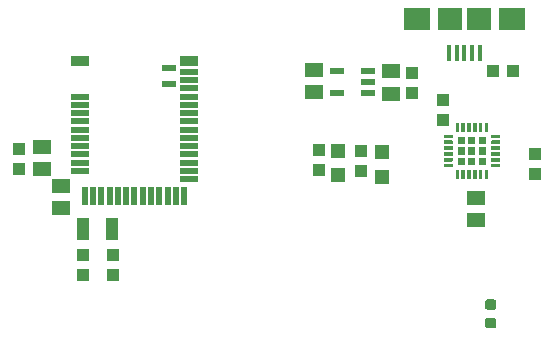
<source format=gbr>
G04 #@! TF.GenerationSoftware,KiCad,Pcbnew,(6.0.0-rc1-dev-1027-g90233e5ec)*
G04 #@! TF.CreationDate,2018-11-05T19:20:42+01:00*
G04 #@! TF.ProjectId,eBoard_remote_reciever,65426F6172645F72656D6F74655F7265,rev?*
G04 #@! TF.SameCoordinates,Original*
G04 #@! TF.FileFunction,Paste,Top*
G04 #@! TF.FilePolarity,Positive*
%FSLAX46Y46*%
G04 Gerber Fmt 4.6, Leading zero omitted, Abs format (unit mm)*
G04 Created by KiCad (PCBNEW (6.0.0-rc1-dev-1027-g90233e5ec)) date 05.11.2018 19.20.42*
%MOMM*%
%LPD*%
G01*
G04 APERTURE LIST*
%ADD10C,0.100000*%
%ADD11C,0.875000*%
%ADD12R,1.500000X1.240000*%
%ADD13R,1.200000X0.500000*%
%ADD14R,1.600000X0.900000*%
%ADD15R,1.600000X0.480000*%
%ADD16R,0.480000X1.600000*%
%ADD17R,1.000000X1.075000*%
%ADD18R,1.200000X1.200000*%
%ADD19R,1.200000X0.550000*%
%ADD20C,0.280000*%
%ADD21R,1.100000X1.900000*%
%ADD22R,2.000000X1.900000*%
%ADD23R,2.300000X1.900000*%
%ADD24R,0.400000X1.400000*%
%ADD25R,1.100000X1.000000*%
G04 APERTURE END LIST*
D10*
G04 #@! TO.C,U4*
G36*
X167075000Y-131780000D02*
X167075000Y-132380000D01*
X167675000Y-132380000D01*
X167675000Y-131780000D01*
X167075000Y-131780000D01*
G37*
G36*
X168875000Y-131780000D02*
X168875000Y-132380000D01*
X169475000Y-132380000D01*
X169475000Y-131780000D01*
X168875000Y-131780000D01*
G37*
G36*
X167975000Y-132680000D02*
X167975000Y-133280000D01*
X168575000Y-133280000D01*
X168575000Y-132680000D01*
X167975000Y-132680000D01*
G37*
G36*
X167075000Y-132680000D02*
X167075000Y-133280000D01*
X167675000Y-133280000D01*
X167675000Y-132680000D01*
X167075000Y-132680000D01*
G37*
G36*
X168875000Y-132680000D02*
X168875000Y-133280000D01*
X169475000Y-133280000D01*
X169475000Y-132680000D01*
X168875000Y-132680000D01*
G37*
G36*
X168875000Y-130880000D02*
X168875000Y-131480000D01*
X169475000Y-131480000D01*
X169475000Y-130880000D01*
X168875000Y-130880000D01*
G37*
G36*
X167975000Y-130880000D02*
X167975000Y-131480000D01*
X168575000Y-131480000D01*
X168575000Y-130880000D01*
X167975000Y-130880000D01*
G37*
G36*
X167975000Y-131780000D02*
X167975000Y-132380000D01*
X168575000Y-132380000D01*
X168575000Y-131780000D01*
X167975000Y-131780000D01*
G37*
G36*
X167075000Y-130880000D02*
X167075000Y-131480000D01*
X167675000Y-131480000D01*
X167675000Y-130880000D01*
X167075000Y-130880000D01*
G37*
G04 #@! TD*
G04 #@! TO.C,R10*
G36*
X170147811Y-146223253D02*
X170169046Y-146226403D01*
X170189870Y-146231619D01*
X170210082Y-146238851D01*
X170229488Y-146248030D01*
X170247901Y-146259066D01*
X170265144Y-146271854D01*
X170281050Y-146286270D01*
X170295466Y-146302176D01*
X170308254Y-146319419D01*
X170319290Y-146337832D01*
X170328469Y-146357238D01*
X170335701Y-146377450D01*
X170340917Y-146398274D01*
X170344067Y-146419509D01*
X170345120Y-146440950D01*
X170345120Y-146878450D01*
X170344067Y-146899891D01*
X170340917Y-146921126D01*
X170335701Y-146941950D01*
X170328469Y-146962162D01*
X170319290Y-146981568D01*
X170308254Y-146999981D01*
X170295466Y-147017224D01*
X170281050Y-147033130D01*
X170265144Y-147047546D01*
X170247901Y-147060334D01*
X170229488Y-147071370D01*
X170210082Y-147080549D01*
X170189870Y-147087781D01*
X170169046Y-147092997D01*
X170147811Y-147096147D01*
X170126370Y-147097200D01*
X169613870Y-147097200D01*
X169592429Y-147096147D01*
X169571194Y-147092997D01*
X169550370Y-147087781D01*
X169530158Y-147080549D01*
X169510752Y-147071370D01*
X169492339Y-147060334D01*
X169475096Y-147047546D01*
X169459190Y-147033130D01*
X169444774Y-147017224D01*
X169431986Y-146999981D01*
X169420950Y-146981568D01*
X169411771Y-146962162D01*
X169404539Y-146941950D01*
X169399323Y-146921126D01*
X169396173Y-146899891D01*
X169395120Y-146878450D01*
X169395120Y-146440950D01*
X169396173Y-146419509D01*
X169399323Y-146398274D01*
X169404539Y-146377450D01*
X169411771Y-146357238D01*
X169420950Y-146337832D01*
X169431986Y-146319419D01*
X169444774Y-146302176D01*
X169459190Y-146286270D01*
X169475096Y-146271854D01*
X169492339Y-146259066D01*
X169510752Y-146248030D01*
X169530158Y-146238851D01*
X169550370Y-146231619D01*
X169571194Y-146226403D01*
X169592429Y-146223253D01*
X169613870Y-146222200D01*
X170126370Y-146222200D01*
X170147811Y-146223253D01*
X170147811Y-146223253D01*
G37*
D11*
X169870120Y-146659700D03*
D10*
G36*
X170147811Y-144648253D02*
X170169046Y-144651403D01*
X170189870Y-144656619D01*
X170210082Y-144663851D01*
X170229488Y-144673030D01*
X170247901Y-144684066D01*
X170265144Y-144696854D01*
X170281050Y-144711270D01*
X170295466Y-144727176D01*
X170308254Y-144744419D01*
X170319290Y-144762832D01*
X170328469Y-144782238D01*
X170335701Y-144802450D01*
X170340917Y-144823274D01*
X170344067Y-144844509D01*
X170345120Y-144865950D01*
X170345120Y-145303450D01*
X170344067Y-145324891D01*
X170340917Y-145346126D01*
X170335701Y-145366950D01*
X170328469Y-145387162D01*
X170319290Y-145406568D01*
X170308254Y-145424981D01*
X170295466Y-145442224D01*
X170281050Y-145458130D01*
X170265144Y-145472546D01*
X170247901Y-145485334D01*
X170229488Y-145496370D01*
X170210082Y-145505549D01*
X170189870Y-145512781D01*
X170169046Y-145517997D01*
X170147811Y-145521147D01*
X170126370Y-145522200D01*
X169613870Y-145522200D01*
X169592429Y-145521147D01*
X169571194Y-145517997D01*
X169550370Y-145512781D01*
X169530158Y-145505549D01*
X169510752Y-145496370D01*
X169492339Y-145485334D01*
X169475096Y-145472546D01*
X169459190Y-145458130D01*
X169444774Y-145442224D01*
X169431986Y-145424981D01*
X169420950Y-145406568D01*
X169411771Y-145387162D01*
X169404539Y-145366950D01*
X169399323Y-145346126D01*
X169396173Y-145324891D01*
X169395120Y-145303450D01*
X169395120Y-144865950D01*
X169396173Y-144844509D01*
X169399323Y-144823274D01*
X169404539Y-144802450D01*
X169411771Y-144782238D01*
X169420950Y-144762832D01*
X169431986Y-144744419D01*
X169444774Y-144727176D01*
X169459190Y-144711270D01*
X169475096Y-144696854D01*
X169492339Y-144684066D01*
X169510752Y-144673030D01*
X169530158Y-144663851D01*
X169550370Y-144656619D01*
X169571194Y-144651403D01*
X169592429Y-144648253D01*
X169613870Y-144647200D01*
X170126370Y-144647200D01*
X170147811Y-144648253D01*
X170147811Y-144648253D01*
G37*
D11*
X169870120Y-145084700D03*
G04 #@! TD*
D12*
G04 #@! TO.C,C6*
X161422080Y-125323560D03*
X161422080Y-127223560D03*
G04 #@! TD*
D13*
G04 #@! TO.C,U1*
X142600000Y-126420000D03*
X142600000Y-125020000D03*
D14*
X144300000Y-124470000D03*
D15*
X144300000Y-125370000D03*
X144300000Y-126070000D03*
X144300000Y-126770000D03*
X144300000Y-127470000D03*
X144300000Y-128170000D03*
X144300000Y-128870000D03*
X144300000Y-129570000D03*
X144300000Y-130270000D03*
X144300000Y-130970000D03*
X144300000Y-131670000D03*
X144300000Y-132370000D03*
X144300000Y-133070000D03*
X144300000Y-133770000D03*
X144300000Y-134470000D03*
D16*
X143900000Y-135920000D03*
X143200000Y-135920000D03*
X142500000Y-135920000D03*
X141800000Y-135920000D03*
X141100000Y-135920000D03*
X140400000Y-135920000D03*
X139700000Y-135920000D03*
X139000000Y-135920000D03*
X138300000Y-135920000D03*
X137600000Y-135920000D03*
X136900000Y-135920000D03*
X136200000Y-135920000D03*
X135500000Y-135920000D03*
D15*
X135100000Y-133770000D03*
X135100000Y-133070000D03*
X135100000Y-132370000D03*
X135100000Y-131670000D03*
X135100000Y-130970000D03*
X135100000Y-130270000D03*
X135100000Y-129570000D03*
X135100000Y-128870000D03*
X135100000Y-128170000D03*
X135100000Y-127470000D03*
D14*
X135100000Y-124470000D03*
G04 #@! TD*
D12*
G04 #@! TO.C,C3*
X133497320Y-136946680D03*
X133497320Y-135046680D03*
G04 #@! TD*
D17*
G04 #@! TO.C,C1*
X135310880Y-142576920D03*
X135310880Y-140876920D03*
G04 #@! TD*
G04 #@! TO.C,C2*
X137850880Y-142576920D03*
X137850880Y-140876920D03*
G04 #@! TD*
D18*
G04 #@! TO.C,D1*
X156895800Y-134146000D03*
X156895800Y-132046000D03*
G04 #@! TD*
G04 #@! TO.C,D2*
X160685480Y-134278080D03*
X160685480Y-132178080D03*
G04 #@! TD*
D17*
G04 #@! TO.C,R1*
X155366720Y-132012320D03*
X155366720Y-133712320D03*
G04 #@! TD*
G04 #@! TO.C,R2*
X158866840Y-132083440D03*
X158866840Y-133783440D03*
G04 #@! TD*
D12*
G04 #@! TO.C,L2*
X131838700Y-133639600D03*
X131838700Y-131739600D03*
G04 #@! TD*
D17*
G04 #@! TO.C,C4*
X129936240Y-133595480D03*
X129936240Y-131895480D03*
G04 #@! TD*
D12*
G04 #@! TO.C,C8*
X154940000Y-125211800D03*
X154940000Y-127111800D03*
G04 #@! TD*
D19*
G04 #@! TO.C,U2*
X156865700Y-127198160D03*
X156865700Y-125298160D03*
X159465900Y-125298160D03*
X159465900Y-126248160D03*
X159465900Y-127198160D03*
G04 #@! TD*
D17*
G04 #@! TO.C,R5*
X163184840Y-127174360D03*
X163184840Y-125474360D03*
G04 #@! TD*
D10*
G04 #@! TO.C,U4*
G36*
X170611861Y-130690337D02*
X170618656Y-130691345D01*
X170625320Y-130693014D01*
X170631788Y-130695328D01*
X170637998Y-130698266D01*
X170643890Y-130701797D01*
X170649408Y-130705889D01*
X170654497Y-130710503D01*
X170659111Y-130715592D01*
X170663203Y-130721110D01*
X170666734Y-130727002D01*
X170669672Y-130733212D01*
X170671986Y-130739680D01*
X170673655Y-130746344D01*
X170674663Y-130753139D01*
X170675000Y-130760000D01*
X170675000Y-130900000D01*
X170674663Y-130906861D01*
X170673655Y-130913656D01*
X170671986Y-130920320D01*
X170669672Y-130926788D01*
X170666734Y-130932998D01*
X170663203Y-130938890D01*
X170659111Y-130944408D01*
X170654497Y-130949497D01*
X170649408Y-130954111D01*
X170643890Y-130958203D01*
X170637998Y-130961734D01*
X170631788Y-130964672D01*
X170625320Y-130966986D01*
X170618656Y-130968655D01*
X170611861Y-130969663D01*
X170605000Y-130970000D01*
X169945000Y-130970000D01*
X169938139Y-130969663D01*
X169931344Y-130968655D01*
X169924680Y-130966986D01*
X169918212Y-130964672D01*
X169912002Y-130961734D01*
X169906110Y-130958203D01*
X169900592Y-130954111D01*
X169895503Y-130949497D01*
X169890889Y-130944408D01*
X169886797Y-130938890D01*
X169883266Y-130932998D01*
X169880328Y-130926788D01*
X169878014Y-130920320D01*
X169876345Y-130913656D01*
X169875337Y-130906861D01*
X169875000Y-130900000D01*
X169875000Y-130760000D01*
X169875337Y-130753139D01*
X169876345Y-130746344D01*
X169878014Y-130739680D01*
X169880328Y-130733212D01*
X169883266Y-130727002D01*
X169886797Y-130721110D01*
X169890889Y-130715592D01*
X169895503Y-130710503D01*
X169900592Y-130705889D01*
X169906110Y-130701797D01*
X169912002Y-130698266D01*
X169918212Y-130695328D01*
X169924680Y-130693014D01*
X169931344Y-130691345D01*
X169938139Y-130690337D01*
X169945000Y-130690000D01*
X170605000Y-130690000D01*
X170611861Y-130690337D01*
X170611861Y-130690337D01*
G37*
D20*
X170275000Y-130830000D03*
D10*
G36*
X170611861Y-131190337D02*
X170618656Y-131191345D01*
X170625320Y-131193014D01*
X170631788Y-131195328D01*
X170637998Y-131198266D01*
X170643890Y-131201797D01*
X170649408Y-131205889D01*
X170654497Y-131210503D01*
X170659111Y-131215592D01*
X170663203Y-131221110D01*
X170666734Y-131227002D01*
X170669672Y-131233212D01*
X170671986Y-131239680D01*
X170673655Y-131246344D01*
X170674663Y-131253139D01*
X170675000Y-131260000D01*
X170675000Y-131400000D01*
X170674663Y-131406861D01*
X170673655Y-131413656D01*
X170671986Y-131420320D01*
X170669672Y-131426788D01*
X170666734Y-131432998D01*
X170663203Y-131438890D01*
X170659111Y-131444408D01*
X170654497Y-131449497D01*
X170649408Y-131454111D01*
X170643890Y-131458203D01*
X170637998Y-131461734D01*
X170631788Y-131464672D01*
X170625320Y-131466986D01*
X170618656Y-131468655D01*
X170611861Y-131469663D01*
X170605000Y-131470000D01*
X169945000Y-131470000D01*
X169938139Y-131469663D01*
X169931344Y-131468655D01*
X169924680Y-131466986D01*
X169918212Y-131464672D01*
X169912002Y-131461734D01*
X169906110Y-131458203D01*
X169900592Y-131454111D01*
X169895503Y-131449497D01*
X169890889Y-131444408D01*
X169886797Y-131438890D01*
X169883266Y-131432998D01*
X169880328Y-131426788D01*
X169878014Y-131420320D01*
X169876345Y-131413656D01*
X169875337Y-131406861D01*
X169875000Y-131400000D01*
X169875000Y-131260000D01*
X169875337Y-131253139D01*
X169876345Y-131246344D01*
X169878014Y-131239680D01*
X169880328Y-131233212D01*
X169883266Y-131227002D01*
X169886797Y-131221110D01*
X169890889Y-131215592D01*
X169895503Y-131210503D01*
X169900592Y-131205889D01*
X169906110Y-131201797D01*
X169912002Y-131198266D01*
X169918212Y-131195328D01*
X169924680Y-131193014D01*
X169931344Y-131191345D01*
X169938139Y-131190337D01*
X169945000Y-131190000D01*
X170605000Y-131190000D01*
X170611861Y-131190337D01*
X170611861Y-131190337D01*
G37*
D20*
X170275000Y-131330000D03*
D10*
G36*
X170611861Y-131690337D02*
X170618656Y-131691345D01*
X170625320Y-131693014D01*
X170631788Y-131695328D01*
X170637998Y-131698266D01*
X170643890Y-131701797D01*
X170649408Y-131705889D01*
X170654497Y-131710503D01*
X170659111Y-131715592D01*
X170663203Y-131721110D01*
X170666734Y-131727002D01*
X170669672Y-131733212D01*
X170671986Y-131739680D01*
X170673655Y-131746344D01*
X170674663Y-131753139D01*
X170675000Y-131760000D01*
X170675000Y-131900000D01*
X170674663Y-131906861D01*
X170673655Y-131913656D01*
X170671986Y-131920320D01*
X170669672Y-131926788D01*
X170666734Y-131932998D01*
X170663203Y-131938890D01*
X170659111Y-131944408D01*
X170654497Y-131949497D01*
X170649408Y-131954111D01*
X170643890Y-131958203D01*
X170637998Y-131961734D01*
X170631788Y-131964672D01*
X170625320Y-131966986D01*
X170618656Y-131968655D01*
X170611861Y-131969663D01*
X170605000Y-131970000D01*
X169945000Y-131970000D01*
X169938139Y-131969663D01*
X169931344Y-131968655D01*
X169924680Y-131966986D01*
X169918212Y-131964672D01*
X169912002Y-131961734D01*
X169906110Y-131958203D01*
X169900592Y-131954111D01*
X169895503Y-131949497D01*
X169890889Y-131944408D01*
X169886797Y-131938890D01*
X169883266Y-131932998D01*
X169880328Y-131926788D01*
X169878014Y-131920320D01*
X169876345Y-131913656D01*
X169875337Y-131906861D01*
X169875000Y-131900000D01*
X169875000Y-131760000D01*
X169875337Y-131753139D01*
X169876345Y-131746344D01*
X169878014Y-131739680D01*
X169880328Y-131733212D01*
X169883266Y-131727002D01*
X169886797Y-131721110D01*
X169890889Y-131715592D01*
X169895503Y-131710503D01*
X169900592Y-131705889D01*
X169906110Y-131701797D01*
X169912002Y-131698266D01*
X169918212Y-131695328D01*
X169924680Y-131693014D01*
X169931344Y-131691345D01*
X169938139Y-131690337D01*
X169945000Y-131690000D01*
X170605000Y-131690000D01*
X170611861Y-131690337D01*
X170611861Y-131690337D01*
G37*
D20*
X170275000Y-131830000D03*
D10*
G36*
X170611861Y-132190337D02*
X170618656Y-132191345D01*
X170625320Y-132193014D01*
X170631788Y-132195328D01*
X170637998Y-132198266D01*
X170643890Y-132201797D01*
X170649408Y-132205889D01*
X170654497Y-132210503D01*
X170659111Y-132215592D01*
X170663203Y-132221110D01*
X170666734Y-132227002D01*
X170669672Y-132233212D01*
X170671986Y-132239680D01*
X170673655Y-132246344D01*
X170674663Y-132253139D01*
X170675000Y-132260000D01*
X170675000Y-132400000D01*
X170674663Y-132406861D01*
X170673655Y-132413656D01*
X170671986Y-132420320D01*
X170669672Y-132426788D01*
X170666734Y-132432998D01*
X170663203Y-132438890D01*
X170659111Y-132444408D01*
X170654497Y-132449497D01*
X170649408Y-132454111D01*
X170643890Y-132458203D01*
X170637998Y-132461734D01*
X170631788Y-132464672D01*
X170625320Y-132466986D01*
X170618656Y-132468655D01*
X170611861Y-132469663D01*
X170605000Y-132470000D01*
X169945000Y-132470000D01*
X169938139Y-132469663D01*
X169931344Y-132468655D01*
X169924680Y-132466986D01*
X169918212Y-132464672D01*
X169912002Y-132461734D01*
X169906110Y-132458203D01*
X169900592Y-132454111D01*
X169895503Y-132449497D01*
X169890889Y-132444408D01*
X169886797Y-132438890D01*
X169883266Y-132432998D01*
X169880328Y-132426788D01*
X169878014Y-132420320D01*
X169876345Y-132413656D01*
X169875337Y-132406861D01*
X169875000Y-132400000D01*
X169875000Y-132260000D01*
X169875337Y-132253139D01*
X169876345Y-132246344D01*
X169878014Y-132239680D01*
X169880328Y-132233212D01*
X169883266Y-132227002D01*
X169886797Y-132221110D01*
X169890889Y-132215592D01*
X169895503Y-132210503D01*
X169900592Y-132205889D01*
X169906110Y-132201797D01*
X169912002Y-132198266D01*
X169918212Y-132195328D01*
X169924680Y-132193014D01*
X169931344Y-132191345D01*
X169938139Y-132190337D01*
X169945000Y-132190000D01*
X170605000Y-132190000D01*
X170611861Y-132190337D01*
X170611861Y-132190337D01*
G37*
D20*
X170275000Y-132330000D03*
D10*
G36*
X170611861Y-132690337D02*
X170618656Y-132691345D01*
X170625320Y-132693014D01*
X170631788Y-132695328D01*
X170637998Y-132698266D01*
X170643890Y-132701797D01*
X170649408Y-132705889D01*
X170654497Y-132710503D01*
X170659111Y-132715592D01*
X170663203Y-132721110D01*
X170666734Y-132727002D01*
X170669672Y-132733212D01*
X170671986Y-132739680D01*
X170673655Y-132746344D01*
X170674663Y-132753139D01*
X170675000Y-132760000D01*
X170675000Y-132900000D01*
X170674663Y-132906861D01*
X170673655Y-132913656D01*
X170671986Y-132920320D01*
X170669672Y-132926788D01*
X170666734Y-132932998D01*
X170663203Y-132938890D01*
X170659111Y-132944408D01*
X170654497Y-132949497D01*
X170649408Y-132954111D01*
X170643890Y-132958203D01*
X170637998Y-132961734D01*
X170631788Y-132964672D01*
X170625320Y-132966986D01*
X170618656Y-132968655D01*
X170611861Y-132969663D01*
X170605000Y-132970000D01*
X169945000Y-132970000D01*
X169938139Y-132969663D01*
X169931344Y-132968655D01*
X169924680Y-132966986D01*
X169918212Y-132964672D01*
X169912002Y-132961734D01*
X169906110Y-132958203D01*
X169900592Y-132954111D01*
X169895503Y-132949497D01*
X169890889Y-132944408D01*
X169886797Y-132938890D01*
X169883266Y-132932998D01*
X169880328Y-132926788D01*
X169878014Y-132920320D01*
X169876345Y-132913656D01*
X169875337Y-132906861D01*
X169875000Y-132900000D01*
X169875000Y-132760000D01*
X169875337Y-132753139D01*
X169876345Y-132746344D01*
X169878014Y-132739680D01*
X169880328Y-132733212D01*
X169883266Y-132727002D01*
X169886797Y-132721110D01*
X169890889Y-132715592D01*
X169895503Y-132710503D01*
X169900592Y-132705889D01*
X169906110Y-132701797D01*
X169912002Y-132698266D01*
X169918212Y-132695328D01*
X169924680Y-132693014D01*
X169931344Y-132691345D01*
X169938139Y-132690337D01*
X169945000Y-132690000D01*
X170605000Y-132690000D01*
X170611861Y-132690337D01*
X170611861Y-132690337D01*
G37*
D20*
X170275000Y-132830000D03*
D10*
G36*
X170611861Y-133190337D02*
X170618656Y-133191345D01*
X170625320Y-133193014D01*
X170631788Y-133195328D01*
X170637998Y-133198266D01*
X170643890Y-133201797D01*
X170649408Y-133205889D01*
X170654497Y-133210503D01*
X170659111Y-133215592D01*
X170663203Y-133221110D01*
X170666734Y-133227002D01*
X170669672Y-133233212D01*
X170671986Y-133239680D01*
X170673655Y-133246344D01*
X170674663Y-133253139D01*
X170675000Y-133260000D01*
X170675000Y-133400000D01*
X170674663Y-133406861D01*
X170673655Y-133413656D01*
X170671986Y-133420320D01*
X170669672Y-133426788D01*
X170666734Y-133432998D01*
X170663203Y-133438890D01*
X170659111Y-133444408D01*
X170654497Y-133449497D01*
X170649408Y-133454111D01*
X170643890Y-133458203D01*
X170637998Y-133461734D01*
X170631788Y-133464672D01*
X170625320Y-133466986D01*
X170618656Y-133468655D01*
X170611861Y-133469663D01*
X170605000Y-133470000D01*
X169945000Y-133470000D01*
X169938139Y-133469663D01*
X169931344Y-133468655D01*
X169924680Y-133466986D01*
X169918212Y-133464672D01*
X169912002Y-133461734D01*
X169906110Y-133458203D01*
X169900592Y-133454111D01*
X169895503Y-133449497D01*
X169890889Y-133444408D01*
X169886797Y-133438890D01*
X169883266Y-133432998D01*
X169880328Y-133426788D01*
X169878014Y-133420320D01*
X169876345Y-133413656D01*
X169875337Y-133406861D01*
X169875000Y-133400000D01*
X169875000Y-133260000D01*
X169875337Y-133253139D01*
X169876345Y-133246344D01*
X169878014Y-133239680D01*
X169880328Y-133233212D01*
X169883266Y-133227002D01*
X169886797Y-133221110D01*
X169890889Y-133215592D01*
X169895503Y-133210503D01*
X169900592Y-133205889D01*
X169906110Y-133201797D01*
X169912002Y-133198266D01*
X169918212Y-133195328D01*
X169924680Y-133193014D01*
X169931344Y-133191345D01*
X169938139Y-133190337D01*
X169945000Y-133190000D01*
X170605000Y-133190000D01*
X170611861Y-133190337D01*
X170611861Y-133190337D01*
G37*
D20*
X170275000Y-133330000D03*
D10*
G36*
X169601861Y-133680337D02*
X169608656Y-133681345D01*
X169615320Y-133683014D01*
X169621788Y-133685328D01*
X169627998Y-133688266D01*
X169633890Y-133691797D01*
X169639408Y-133695889D01*
X169644497Y-133700503D01*
X169649111Y-133705592D01*
X169653203Y-133711110D01*
X169656734Y-133717002D01*
X169659672Y-133723212D01*
X169661986Y-133729680D01*
X169663655Y-133736344D01*
X169664663Y-133743139D01*
X169665000Y-133750000D01*
X169665000Y-134410000D01*
X169664663Y-134416861D01*
X169663655Y-134423656D01*
X169661986Y-134430320D01*
X169659672Y-134436788D01*
X169656734Y-134442998D01*
X169653203Y-134448890D01*
X169649111Y-134454408D01*
X169644497Y-134459497D01*
X169639408Y-134464111D01*
X169633890Y-134468203D01*
X169627998Y-134471734D01*
X169621788Y-134474672D01*
X169615320Y-134476986D01*
X169608656Y-134478655D01*
X169601861Y-134479663D01*
X169595000Y-134480000D01*
X169455000Y-134480000D01*
X169448139Y-134479663D01*
X169441344Y-134478655D01*
X169434680Y-134476986D01*
X169428212Y-134474672D01*
X169422002Y-134471734D01*
X169416110Y-134468203D01*
X169410592Y-134464111D01*
X169405503Y-134459497D01*
X169400889Y-134454408D01*
X169396797Y-134448890D01*
X169393266Y-134442998D01*
X169390328Y-134436788D01*
X169388014Y-134430320D01*
X169386345Y-134423656D01*
X169385337Y-134416861D01*
X169385000Y-134410000D01*
X169385000Y-133750000D01*
X169385337Y-133743139D01*
X169386345Y-133736344D01*
X169388014Y-133729680D01*
X169390328Y-133723212D01*
X169393266Y-133717002D01*
X169396797Y-133711110D01*
X169400889Y-133705592D01*
X169405503Y-133700503D01*
X169410592Y-133695889D01*
X169416110Y-133691797D01*
X169422002Y-133688266D01*
X169428212Y-133685328D01*
X169434680Y-133683014D01*
X169441344Y-133681345D01*
X169448139Y-133680337D01*
X169455000Y-133680000D01*
X169595000Y-133680000D01*
X169601861Y-133680337D01*
X169601861Y-133680337D01*
G37*
D20*
X169525000Y-134080000D03*
D10*
G36*
X169101861Y-133680337D02*
X169108656Y-133681345D01*
X169115320Y-133683014D01*
X169121788Y-133685328D01*
X169127998Y-133688266D01*
X169133890Y-133691797D01*
X169139408Y-133695889D01*
X169144497Y-133700503D01*
X169149111Y-133705592D01*
X169153203Y-133711110D01*
X169156734Y-133717002D01*
X169159672Y-133723212D01*
X169161986Y-133729680D01*
X169163655Y-133736344D01*
X169164663Y-133743139D01*
X169165000Y-133750000D01*
X169165000Y-134410000D01*
X169164663Y-134416861D01*
X169163655Y-134423656D01*
X169161986Y-134430320D01*
X169159672Y-134436788D01*
X169156734Y-134442998D01*
X169153203Y-134448890D01*
X169149111Y-134454408D01*
X169144497Y-134459497D01*
X169139408Y-134464111D01*
X169133890Y-134468203D01*
X169127998Y-134471734D01*
X169121788Y-134474672D01*
X169115320Y-134476986D01*
X169108656Y-134478655D01*
X169101861Y-134479663D01*
X169095000Y-134480000D01*
X168955000Y-134480000D01*
X168948139Y-134479663D01*
X168941344Y-134478655D01*
X168934680Y-134476986D01*
X168928212Y-134474672D01*
X168922002Y-134471734D01*
X168916110Y-134468203D01*
X168910592Y-134464111D01*
X168905503Y-134459497D01*
X168900889Y-134454408D01*
X168896797Y-134448890D01*
X168893266Y-134442998D01*
X168890328Y-134436788D01*
X168888014Y-134430320D01*
X168886345Y-134423656D01*
X168885337Y-134416861D01*
X168885000Y-134410000D01*
X168885000Y-133750000D01*
X168885337Y-133743139D01*
X168886345Y-133736344D01*
X168888014Y-133729680D01*
X168890328Y-133723212D01*
X168893266Y-133717002D01*
X168896797Y-133711110D01*
X168900889Y-133705592D01*
X168905503Y-133700503D01*
X168910592Y-133695889D01*
X168916110Y-133691797D01*
X168922002Y-133688266D01*
X168928212Y-133685328D01*
X168934680Y-133683014D01*
X168941344Y-133681345D01*
X168948139Y-133680337D01*
X168955000Y-133680000D01*
X169095000Y-133680000D01*
X169101861Y-133680337D01*
X169101861Y-133680337D01*
G37*
D20*
X169025000Y-134080000D03*
D10*
G36*
X168601861Y-133680337D02*
X168608656Y-133681345D01*
X168615320Y-133683014D01*
X168621788Y-133685328D01*
X168627998Y-133688266D01*
X168633890Y-133691797D01*
X168639408Y-133695889D01*
X168644497Y-133700503D01*
X168649111Y-133705592D01*
X168653203Y-133711110D01*
X168656734Y-133717002D01*
X168659672Y-133723212D01*
X168661986Y-133729680D01*
X168663655Y-133736344D01*
X168664663Y-133743139D01*
X168665000Y-133750000D01*
X168665000Y-134410000D01*
X168664663Y-134416861D01*
X168663655Y-134423656D01*
X168661986Y-134430320D01*
X168659672Y-134436788D01*
X168656734Y-134442998D01*
X168653203Y-134448890D01*
X168649111Y-134454408D01*
X168644497Y-134459497D01*
X168639408Y-134464111D01*
X168633890Y-134468203D01*
X168627998Y-134471734D01*
X168621788Y-134474672D01*
X168615320Y-134476986D01*
X168608656Y-134478655D01*
X168601861Y-134479663D01*
X168595000Y-134480000D01*
X168455000Y-134480000D01*
X168448139Y-134479663D01*
X168441344Y-134478655D01*
X168434680Y-134476986D01*
X168428212Y-134474672D01*
X168422002Y-134471734D01*
X168416110Y-134468203D01*
X168410592Y-134464111D01*
X168405503Y-134459497D01*
X168400889Y-134454408D01*
X168396797Y-134448890D01*
X168393266Y-134442998D01*
X168390328Y-134436788D01*
X168388014Y-134430320D01*
X168386345Y-134423656D01*
X168385337Y-134416861D01*
X168385000Y-134410000D01*
X168385000Y-133750000D01*
X168385337Y-133743139D01*
X168386345Y-133736344D01*
X168388014Y-133729680D01*
X168390328Y-133723212D01*
X168393266Y-133717002D01*
X168396797Y-133711110D01*
X168400889Y-133705592D01*
X168405503Y-133700503D01*
X168410592Y-133695889D01*
X168416110Y-133691797D01*
X168422002Y-133688266D01*
X168428212Y-133685328D01*
X168434680Y-133683014D01*
X168441344Y-133681345D01*
X168448139Y-133680337D01*
X168455000Y-133680000D01*
X168595000Y-133680000D01*
X168601861Y-133680337D01*
X168601861Y-133680337D01*
G37*
D20*
X168525000Y-134080000D03*
D10*
G36*
X168101861Y-133680337D02*
X168108656Y-133681345D01*
X168115320Y-133683014D01*
X168121788Y-133685328D01*
X168127998Y-133688266D01*
X168133890Y-133691797D01*
X168139408Y-133695889D01*
X168144497Y-133700503D01*
X168149111Y-133705592D01*
X168153203Y-133711110D01*
X168156734Y-133717002D01*
X168159672Y-133723212D01*
X168161986Y-133729680D01*
X168163655Y-133736344D01*
X168164663Y-133743139D01*
X168165000Y-133750000D01*
X168165000Y-134410000D01*
X168164663Y-134416861D01*
X168163655Y-134423656D01*
X168161986Y-134430320D01*
X168159672Y-134436788D01*
X168156734Y-134442998D01*
X168153203Y-134448890D01*
X168149111Y-134454408D01*
X168144497Y-134459497D01*
X168139408Y-134464111D01*
X168133890Y-134468203D01*
X168127998Y-134471734D01*
X168121788Y-134474672D01*
X168115320Y-134476986D01*
X168108656Y-134478655D01*
X168101861Y-134479663D01*
X168095000Y-134480000D01*
X167955000Y-134480000D01*
X167948139Y-134479663D01*
X167941344Y-134478655D01*
X167934680Y-134476986D01*
X167928212Y-134474672D01*
X167922002Y-134471734D01*
X167916110Y-134468203D01*
X167910592Y-134464111D01*
X167905503Y-134459497D01*
X167900889Y-134454408D01*
X167896797Y-134448890D01*
X167893266Y-134442998D01*
X167890328Y-134436788D01*
X167888014Y-134430320D01*
X167886345Y-134423656D01*
X167885337Y-134416861D01*
X167885000Y-134410000D01*
X167885000Y-133750000D01*
X167885337Y-133743139D01*
X167886345Y-133736344D01*
X167888014Y-133729680D01*
X167890328Y-133723212D01*
X167893266Y-133717002D01*
X167896797Y-133711110D01*
X167900889Y-133705592D01*
X167905503Y-133700503D01*
X167910592Y-133695889D01*
X167916110Y-133691797D01*
X167922002Y-133688266D01*
X167928212Y-133685328D01*
X167934680Y-133683014D01*
X167941344Y-133681345D01*
X167948139Y-133680337D01*
X167955000Y-133680000D01*
X168095000Y-133680000D01*
X168101861Y-133680337D01*
X168101861Y-133680337D01*
G37*
D20*
X168025000Y-134080000D03*
D10*
G36*
X167601861Y-133680337D02*
X167608656Y-133681345D01*
X167615320Y-133683014D01*
X167621788Y-133685328D01*
X167627998Y-133688266D01*
X167633890Y-133691797D01*
X167639408Y-133695889D01*
X167644497Y-133700503D01*
X167649111Y-133705592D01*
X167653203Y-133711110D01*
X167656734Y-133717002D01*
X167659672Y-133723212D01*
X167661986Y-133729680D01*
X167663655Y-133736344D01*
X167664663Y-133743139D01*
X167665000Y-133750000D01*
X167665000Y-134410000D01*
X167664663Y-134416861D01*
X167663655Y-134423656D01*
X167661986Y-134430320D01*
X167659672Y-134436788D01*
X167656734Y-134442998D01*
X167653203Y-134448890D01*
X167649111Y-134454408D01*
X167644497Y-134459497D01*
X167639408Y-134464111D01*
X167633890Y-134468203D01*
X167627998Y-134471734D01*
X167621788Y-134474672D01*
X167615320Y-134476986D01*
X167608656Y-134478655D01*
X167601861Y-134479663D01*
X167595000Y-134480000D01*
X167455000Y-134480000D01*
X167448139Y-134479663D01*
X167441344Y-134478655D01*
X167434680Y-134476986D01*
X167428212Y-134474672D01*
X167422002Y-134471734D01*
X167416110Y-134468203D01*
X167410592Y-134464111D01*
X167405503Y-134459497D01*
X167400889Y-134454408D01*
X167396797Y-134448890D01*
X167393266Y-134442998D01*
X167390328Y-134436788D01*
X167388014Y-134430320D01*
X167386345Y-134423656D01*
X167385337Y-134416861D01*
X167385000Y-134410000D01*
X167385000Y-133750000D01*
X167385337Y-133743139D01*
X167386345Y-133736344D01*
X167388014Y-133729680D01*
X167390328Y-133723212D01*
X167393266Y-133717002D01*
X167396797Y-133711110D01*
X167400889Y-133705592D01*
X167405503Y-133700503D01*
X167410592Y-133695889D01*
X167416110Y-133691797D01*
X167422002Y-133688266D01*
X167428212Y-133685328D01*
X167434680Y-133683014D01*
X167441344Y-133681345D01*
X167448139Y-133680337D01*
X167455000Y-133680000D01*
X167595000Y-133680000D01*
X167601861Y-133680337D01*
X167601861Y-133680337D01*
G37*
D20*
X167525000Y-134080000D03*
D10*
G36*
X167101861Y-133680337D02*
X167108656Y-133681345D01*
X167115320Y-133683014D01*
X167121788Y-133685328D01*
X167127998Y-133688266D01*
X167133890Y-133691797D01*
X167139408Y-133695889D01*
X167144497Y-133700503D01*
X167149111Y-133705592D01*
X167153203Y-133711110D01*
X167156734Y-133717002D01*
X167159672Y-133723212D01*
X167161986Y-133729680D01*
X167163655Y-133736344D01*
X167164663Y-133743139D01*
X167165000Y-133750000D01*
X167165000Y-134410000D01*
X167164663Y-134416861D01*
X167163655Y-134423656D01*
X167161986Y-134430320D01*
X167159672Y-134436788D01*
X167156734Y-134442998D01*
X167153203Y-134448890D01*
X167149111Y-134454408D01*
X167144497Y-134459497D01*
X167139408Y-134464111D01*
X167133890Y-134468203D01*
X167127998Y-134471734D01*
X167121788Y-134474672D01*
X167115320Y-134476986D01*
X167108656Y-134478655D01*
X167101861Y-134479663D01*
X167095000Y-134480000D01*
X166955000Y-134480000D01*
X166948139Y-134479663D01*
X166941344Y-134478655D01*
X166934680Y-134476986D01*
X166928212Y-134474672D01*
X166922002Y-134471734D01*
X166916110Y-134468203D01*
X166910592Y-134464111D01*
X166905503Y-134459497D01*
X166900889Y-134454408D01*
X166896797Y-134448890D01*
X166893266Y-134442998D01*
X166890328Y-134436788D01*
X166888014Y-134430320D01*
X166886345Y-134423656D01*
X166885337Y-134416861D01*
X166885000Y-134410000D01*
X166885000Y-133750000D01*
X166885337Y-133743139D01*
X166886345Y-133736344D01*
X166888014Y-133729680D01*
X166890328Y-133723212D01*
X166893266Y-133717002D01*
X166896797Y-133711110D01*
X166900889Y-133705592D01*
X166905503Y-133700503D01*
X166910592Y-133695889D01*
X166916110Y-133691797D01*
X166922002Y-133688266D01*
X166928212Y-133685328D01*
X166934680Y-133683014D01*
X166941344Y-133681345D01*
X166948139Y-133680337D01*
X166955000Y-133680000D01*
X167095000Y-133680000D01*
X167101861Y-133680337D01*
X167101861Y-133680337D01*
G37*
D20*
X167025000Y-134080000D03*
D10*
G36*
X166611861Y-133190337D02*
X166618656Y-133191345D01*
X166625320Y-133193014D01*
X166631788Y-133195328D01*
X166637998Y-133198266D01*
X166643890Y-133201797D01*
X166649408Y-133205889D01*
X166654497Y-133210503D01*
X166659111Y-133215592D01*
X166663203Y-133221110D01*
X166666734Y-133227002D01*
X166669672Y-133233212D01*
X166671986Y-133239680D01*
X166673655Y-133246344D01*
X166674663Y-133253139D01*
X166675000Y-133260000D01*
X166675000Y-133400000D01*
X166674663Y-133406861D01*
X166673655Y-133413656D01*
X166671986Y-133420320D01*
X166669672Y-133426788D01*
X166666734Y-133432998D01*
X166663203Y-133438890D01*
X166659111Y-133444408D01*
X166654497Y-133449497D01*
X166649408Y-133454111D01*
X166643890Y-133458203D01*
X166637998Y-133461734D01*
X166631788Y-133464672D01*
X166625320Y-133466986D01*
X166618656Y-133468655D01*
X166611861Y-133469663D01*
X166605000Y-133470000D01*
X165945000Y-133470000D01*
X165938139Y-133469663D01*
X165931344Y-133468655D01*
X165924680Y-133466986D01*
X165918212Y-133464672D01*
X165912002Y-133461734D01*
X165906110Y-133458203D01*
X165900592Y-133454111D01*
X165895503Y-133449497D01*
X165890889Y-133444408D01*
X165886797Y-133438890D01*
X165883266Y-133432998D01*
X165880328Y-133426788D01*
X165878014Y-133420320D01*
X165876345Y-133413656D01*
X165875337Y-133406861D01*
X165875000Y-133400000D01*
X165875000Y-133260000D01*
X165875337Y-133253139D01*
X165876345Y-133246344D01*
X165878014Y-133239680D01*
X165880328Y-133233212D01*
X165883266Y-133227002D01*
X165886797Y-133221110D01*
X165890889Y-133215592D01*
X165895503Y-133210503D01*
X165900592Y-133205889D01*
X165906110Y-133201797D01*
X165912002Y-133198266D01*
X165918212Y-133195328D01*
X165924680Y-133193014D01*
X165931344Y-133191345D01*
X165938139Y-133190337D01*
X165945000Y-133190000D01*
X166605000Y-133190000D01*
X166611861Y-133190337D01*
X166611861Y-133190337D01*
G37*
D20*
X166275000Y-133330000D03*
D10*
G36*
X166611861Y-132690337D02*
X166618656Y-132691345D01*
X166625320Y-132693014D01*
X166631788Y-132695328D01*
X166637998Y-132698266D01*
X166643890Y-132701797D01*
X166649408Y-132705889D01*
X166654497Y-132710503D01*
X166659111Y-132715592D01*
X166663203Y-132721110D01*
X166666734Y-132727002D01*
X166669672Y-132733212D01*
X166671986Y-132739680D01*
X166673655Y-132746344D01*
X166674663Y-132753139D01*
X166675000Y-132760000D01*
X166675000Y-132900000D01*
X166674663Y-132906861D01*
X166673655Y-132913656D01*
X166671986Y-132920320D01*
X166669672Y-132926788D01*
X166666734Y-132932998D01*
X166663203Y-132938890D01*
X166659111Y-132944408D01*
X166654497Y-132949497D01*
X166649408Y-132954111D01*
X166643890Y-132958203D01*
X166637998Y-132961734D01*
X166631788Y-132964672D01*
X166625320Y-132966986D01*
X166618656Y-132968655D01*
X166611861Y-132969663D01*
X166605000Y-132970000D01*
X165945000Y-132970000D01*
X165938139Y-132969663D01*
X165931344Y-132968655D01*
X165924680Y-132966986D01*
X165918212Y-132964672D01*
X165912002Y-132961734D01*
X165906110Y-132958203D01*
X165900592Y-132954111D01*
X165895503Y-132949497D01*
X165890889Y-132944408D01*
X165886797Y-132938890D01*
X165883266Y-132932998D01*
X165880328Y-132926788D01*
X165878014Y-132920320D01*
X165876345Y-132913656D01*
X165875337Y-132906861D01*
X165875000Y-132900000D01*
X165875000Y-132760000D01*
X165875337Y-132753139D01*
X165876345Y-132746344D01*
X165878014Y-132739680D01*
X165880328Y-132733212D01*
X165883266Y-132727002D01*
X165886797Y-132721110D01*
X165890889Y-132715592D01*
X165895503Y-132710503D01*
X165900592Y-132705889D01*
X165906110Y-132701797D01*
X165912002Y-132698266D01*
X165918212Y-132695328D01*
X165924680Y-132693014D01*
X165931344Y-132691345D01*
X165938139Y-132690337D01*
X165945000Y-132690000D01*
X166605000Y-132690000D01*
X166611861Y-132690337D01*
X166611861Y-132690337D01*
G37*
D20*
X166275000Y-132830000D03*
D10*
G36*
X166611861Y-132190337D02*
X166618656Y-132191345D01*
X166625320Y-132193014D01*
X166631788Y-132195328D01*
X166637998Y-132198266D01*
X166643890Y-132201797D01*
X166649408Y-132205889D01*
X166654497Y-132210503D01*
X166659111Y-132215592D01*
X166663203Y-132221110D01*
X166666734Y-132227002D01*
X166669672Y-132233212D01*
X166671986Y-132239680D01*
X166673655Y-132246344D01*
X166674663Y-132253139D01*
X166675000Y-132260000D01*
X166675000Y-132400000D01*
X166674663Y-132406861D01*
X166673655Y-132413656D01*
X166671986Y-132420320D01*
X166669672Y-132426788D01*
X166666734Y-132432998D01*
X166663203Y-132438890D01*
X166659111Y-132444408D01*
X166654497Y-132449497D01*
X166649408Y-132454111D01*
X166643890Y-132458203D01*
X166637998Y-132461734D01*
X166631788Y-132464672D01*
X166625320Y-132466986D01*
X166618656Y-132468655D01*
X166611861Y-132469663D01*
X166605000Y-132470000D01*
X165945000Y-132470000D01*
X165938139Y-132469663D01*
X165931344Y-132468655D01*
X165924680Y-132466986D01*
X165918212Y-132464672D01*
X165912002Y-132461734D01*
X165906110Y-132458203D01*
X165900592Y-132454111D01*
X165895503Y-132449497D01*
X165890889Y-132444408D01*
X165886797Y-132438890D01*
X165883266Y-132432998D01*
X165880328Y-132426788D01*
X165878014Y-132420320D01*
X165876345Y-132413656D01*
X165875337Y-132406861D01*
X165875000Y-132400000D01*
X165875000Y-132260000D01*
X165875337Y-132253139D01*
X165876345Y-132246344D01*
X165878014Y-132239680D01*
X165880328Y-132233212D01*
X165883266Y-132227002D01*
X165886797Y-132221110D01*
X165890889Y-132215592D01*
X165895503Y-132210503D01*
X165900592Y-132205889D01*
X165906110Y-132201797D01*
X165912002Y-132198266D01*
X165918212Y-132195328D01*
X165924680Y-132193014D01*
X165931344Y-132191345D01*
X165938139Y-132190337D01*
X165945000Y-132190000D01*
X166605000Y-132190000D01*
X166611861Y-132190337D01*
X166611861Y-132190337D01*
G37*
D20*
X166275000Y-132330000D03*
D10*
G36*
X166611861Y-131690337D02*
X166618656Y-131691345D01*
X166625320Y-131693014D01*
X166631788Y-131695328D01*
X166637998Y-131698266D01*
X166643890Y-131701797D01*
X166649408Y-131705889D01*
X166654497Y-131710503D01*
X166659111Y-131715592D01*
X166663203Y-131721110D01*
X166666734Y-131727002D01*
X166669672Y-131733212D01*
X166671986Y-131739680D01*
X166673655Y-131746344D01*
X166674663Y-131753139D01*
X166675000Y-131760000D01*
X166675000Y-131900000D01*
X166674663Y-131906861D01*
X166673655Y-131913656D01*
X166671986Y-131920320D01*
X166669672Y-131926788D01*
X166666734Y-131932998D01*
X166663203Y-131938890D01*
X166659111Y-131944408D01*
X166654497Y-131949497D01*
X166649408Y-131954111D01*
X166643890Y-131958203D01*
X166637998Y-131961734D01*
X166631788Y-131964672D01*
X166625320Y-131966986D01*
X166618656Y-131968655D01*
X166611861Y-131969663D01*
X166605000Y-131970000D01*
X165945000Y-131970000D01*
X165938139Y-131969663D01*
X165931344Y-131968655D01*
X165924680Y-131966986D01*
X165918212Y-131964672D01*
X165912002Y-131961734D01*
X165906110Y-131958203D01*
X165900592Y-131954111D01*
X165895503Y-131949497D01*
X165890889Y-131944408D01*
X165886797Y-131938890D01*
X165883266Y-131932998D01*
X165880328Y-131926788D01*
X165878014Y-131920320D01*
X165876345Y-131913656D01*
X165875337Y-131906861D01*
X165875000Y-131900000D01*
X165875000Y-131760000D01*
X165875337Y-131753139D01*
X165876345Y-131746344D01*
X165878014Y-131739680D01*
X165880328Y-131733212D01*
X165883266Y-131727002D01*
X165886797Y-131721110D01*
X165890889Y-131715592D01*
X165895503Y-131710503D01*
X165900592Y-131705889D01*
X165906110Y-131701797D01*
X165912002Y-131698266D01*
X165918212Y-131695328D01*
X165924680Y-131693014D01*
X165931344Y-131691345D01*
X165938139Y-131690337D01*
X165945000Y-131690000D01*
X166605000Y-131690000D01*
X166611861Y-131690337D01*
X166611861Y-131690337D01*
G37*
D20*
X166275000Y-131830000D03*
D10*
G36*
X166611861Y-131190337D02*
X166618656Y-131191345D01*
X166625320Y-131193014D01*
X166631788Y-131195328D01*
X166637998Y-131198266D01*
X166643890Y-131201797D01*
X166649408Y-131205889D01*
X166654497Y-131210503D01*
X166659111Y-131215592D01*
X166663203Y-131221110D01*
X166666734Y-131227002D01*
X166669672Y-131233212D01*
X166671986Y-131239680D01*
X166673655Y-131246344D01*
X166674663Y-131253139D01*
X166675000Y-131260000D01*
X166675000Y-131400000D01*
X166674663Y-131406861D01*
X166673655Y-131413656D01*
X166671986Y-131420320D01*
X166669672Y-131426788D01*
X166666734Y-131432998D01*
X166663203Y-131438890D01*
X166659111Y-131444408D01*
X166654497Y-131449497D01*
X166649408Y-131454111D01*
X166643890Y-131458203D01*
X166637998Y-131461734D01*
X166631788Y-131464672D01*
X166625320Y-131466986D01*
X166618656Y-131468655D01*
X166611861Y-131469663D01*
X166605000Y-131470000D01*
X165945000Y-131470000D01*
X165938139Y-131469663D01*
X165931344Y-131468655D01*
X165924680Y-131466986D01*
X165918212Y-131464672D01*
X165912002Y-131461734D01*
X165906110Y-131458203D01*
X165900592Y-131454111D01*
X165895503Y-131449497D01*
X165890889Y-131444408D01*
X165886797Y-131438890D01*
X165883266Y-131432998D01*
X165880328Y-131426788D01*
X165878014Y-131420320D01*
X165876345Y-131413656D01*
X165875337Y-131406861D01*
X165875000Y-131400000D01*
X165875000Y-131260000D01*
X165875337Y-131253139D01*
X165876345Y-131246344D01*
X165878014Y-131239680D01*
X165880328Y-131233212D01*
X165883266Y-131227002D01*
X165886797Y-131221110D01*
X165890889Y-131215592D01*
X165895503Y-131210503D01*
X165900592Y-131205889D01*
X165906110Y-131201797D01*
X165912002Y-131198266D01*
X165918212Y-131195328D01*
X165924680Y-131193014D01*
X165931344Y-131191345D01*
X165938139Y-131190337D01*
X165945000Y-131190000D01*
X166605000Y-131190000D01*
X166611861Y-131190337D01*
X166611861Y-131190337D01*
G37*
D20*
X166275000Y-131330000D03*
D10*
G36*
X166611861Y-130690337D02*
X166618656Y-130691345D01*
X166625320Y-130693014D01*
X166631788Y-130695328D01*
X166637998Y-130698266D01*
X166643890Y-130701797D01*
X166649408Y-130705889D01*
X166654497Y-130710503D01*
X166659111Y-130715592D01*
X166663203Y-130721110D01*
X166666734Y-130727002D01*
X166669672Y-130733212D01*
X166671986Y-130739680D01*
X166673655Y-130746344D01*
X166674663Y-130753139D01*
X166675000Y-130760000D01*
X166675000Y-130900000D01*
X166674663Y-130906861D01*
X166673655Y-130913656D01*
X166671986Y-130920320D01*
X166669672Y-130926788D01*
X166666734Y-130932998D01*
X166663203Y-130938890D01*
X166659111Y-130944408D01*
X166654497Y-130949497D01*
X166649408Y-130954111D01*
X166643890Y-130958203D01*
X166637998Y-130961734D01*
X166631788Y-130964672D01*
X166625320Y-130966986D01*
X166618656Y-130968655D01*
X166611861Y-130969663D01*
X166605000Y-130970000D01*
X165945000Y-130970000D01*
X165938139Y-130969663D01*
X165931344Y-130968655D01*
X165924680Y-130966986D01*
X165918212Y-130964672D01*
X165912002Y-130961734D01*
X165906110Y-130958203D01*
X165900592Y-130954111D01*
X165895503Y-130949497D01*
X165890889Y-130944408D01*
X165886797Y-130938890D01*
X165883266Y-130932998D01*
X165880328Y-130926788D01*
X165878014Y-130920320D01*
X165876345Y-130913656D01*
X165875337Y-130906861D01*
X165875000Y-130900000D01*
X165875000Y-130760000D01*
X165875337Y-130753139D01*
X165876345Y-130746344D01*
X165878014Y-130739680D01*
X165880328Y-130733212D01*
X165883266Y-130727002D01*
X165886797Y-130721110D01*
X165890889Y-130715592D01*
X165895503Y-130710503D01*
X165900592Y-130705889D01*
X165906110Y-130701797D01*
X165912002Y-130698266D01*
X165918212Y-130695328D01*
X165924680Y-130693014D01*
X165931344Y-130691345D01*
X165938139Y-130690337D01*
X165945000Y-130690000D01*
X166605000Y-130690000D01*
X166611861Y-130690337D01*
X166611861Y-130690337D01*
G37*
D20*
X166275000Y-130830000D03*
D10*
G36*
X167101861Y-129680337D02*
X167108656Y-129681345D01*
X167115320Y-129683014D01*
X167121788Y-129685328D01*
X167127998Y-129688266D01*
X167133890Y-129691797D01*
X167139408Y-129695889D01*
X167144497Y-129700503D01*
X167149111Y-129705592D01*
X167153203Y-129711110D01*
X167156734Y-129717002D01*
X167159672Y-129723212D01*
X167161986Y-129729680D01*
X167163655Y-129736344D01*
X167164663Y-129743139D01*
X167165000Y-129750000D01*
X167165000Y-130410000D01*
X167164663Y-130416861D01*
X167163655Y-130423656D01*
X167161986Y-130430320D01*
X167159672Y-130436788D01*
X167156734Y-130442998D01*
X167153203Y-130448890D01*
X167149111Y-130454408D01*
X167144497Y-130459497D01*
X167139408Y-130464111D01*
X167133890Y-130468203D01*
X167127998Y-130471734D01*
X167121788Y-130474672D01*
X167115320Y-130476986D01*
X167108656Y-130478655D01*
X167101861Y-130479663D01*
X167095000Y-130480000D01*
X166955000Y-130480000D01*
X166948139Y-130479663D01*
X166941344Y-130478655D01*
X166934680Y-130476986D01*
X166928212Y-130474672D01*
X166922002Y-130471734D01*
X166916110Y-130468203D01*
X166910592Y-130464111D01*
X166905503Y-130459497D01*
X166900889Y-130454408D01*
X166896797Y-130448890D01*
X166893266Y-130442998D01*
X166890328Y-130436788D01*
X166888014Y-130430320D01*
X166886345Y-130423656D01*
X166885337Y-130416861D01*
X166885000Y-130410000D01*
X166885000Y-129750000D01*
X166885337Y-129743139D01*
X166886345Y-129736344D01*
X166888014Y-129729680D01*
X166890328Y-129723212D01*
X166893266Y-129717002D01*
X166896797Y-129711110D01*
X166900889Y-129705592D01*
X166905503Y-129700503D01*
X166910592Y-129695889D01*
X166916110Y-129691797D01*
X166922002Y-129688266D01*
X166928212Y-129685328D01*
X166934680Y-129683014D01*
X166941344Y-129681345D01*
X166948139Y-129680337D01*
X166955000Y-129680000D01*
X167095000Y-129680000D01*
X167101861Y-129680337D01*
X167101861Y-129680337D01*
G37*
D20*
X167025000Y-130080000D03*
D10*
G36*
X167601861Y-129680337D02*
X167608656Y-129681345D01*
X167615320Y-129683014D01*
X167621788Y-129685328D01*
X167627998Y-129688266D01*
X167633890Y-129691797D01*
X167639408Y-129695889D01*
X167644497Y-129700503D01*
X167649111Y-129705592D01*
X167653203Y-129711110D01*
X167656734Y-129717002D01*
X167659672Y-129723212D01*
X167661986Y-129729680D01*
X167663655Y-129736344D01*
X167664663Y-129743139D01*
X167665000Y-129750000D01*
X167665000Y-130410000D01*
X167664663Y-130416861D01*
X167663655Y-130423656D01*
X167661986Y-130430320D01*
X167659672Y-130436788D01*
X167656734Y-130442998D01*
X167653203Y-130448890D01*
X167649111Y-130454408D01*
X167644497Y-130459497D01*
X167639408Y-130464111D01*
X167633890Y-130468203D01*
X167627998Y-130471734D01*
X167621788Y-130474672D01*
X167615320Y-130476986D01*
X167608656Y-130478655D01*
X167601861Y-130479663D01*
X167595000Y-130480000D01*
X167455000Y-130480000D01*
X167448139Y-130479663D01*
X167441344Y-130478655D01*
X167434680Y-130476986D01*
X167428212Y-130474672D01*
X167422002Y-130471734D01*
X167416110Y-130468203D01*
X167410592Y-130464111D01*
X167405503Y-130459497D01*
X167400889Y-130454408D01*
X167396797Y-130448890D01*
X167393266Y-130442998D01*
X167390328Y-130436788D01*
X167388014Y-130430320D01*
X167386345Y-130423656D01*
X167385337Y-130416861D01*
X167385000Y-130410000D01*
X167385000Y-129750000D01*
X167385337Y-129743139D01*
X167386345Y-129736344D01*
X167388014Y-129729680D01*
X167390328Y-129723212D01*
X167393266Y-129717002D01*
X167396797Y-129711110D01*
X167400889Y-129705592D01*
X167405503Y-129700503D01*
X167410592Y-129695889D01*
X167416110Y-129691797D01*
X167422002Y-129688266D01*
X167428212Y-129685328D01*
X167434680Y-129683014D01*
X167441344Y-129681345D01*
X167448139Y-129680337D01*
X167455000Y-129680000D01*
X167595000Y-129680000D01*
X167601861Y-129680337D01*
X167601861Y-129680337D01*
G37*
D20*
X167525000Y-130080000D03*
D10*
G36*
X168101861Y-129680337D02*
X168108656Y-129681345D01*
X168115320Y-129683014D01*
X168121788Y-129685328D01*
X168127998Y-129688266D01*
X168133890Y-129691797D01*
X168139408Y-129695889D01*
X168144497Y-129700503D01*
X168149111Y-129705592D01*
X168153203Y-129711110D01*
X168156734Y-129717002D01*
X168159672Y-129723212D01*
X168161986Y-129729680D01*
X168163655Y-129736344D01*
X168164663Y-129743139D01*
X168165000Y-129750000D01*
X168165000Y-130410000D01*
X168164663Y-130416861D01*
X168163655Y-130423656D01*
X168161986Y-130430320D01*
X168159672Y-130436788D01*
X168156734Y-130442998D01*
X168153203Y-130448890D01*
X168149111Y-130454408D01*
X168144497Y-130459497D01*
X168139408Y-130464111D01*
X168133890Y-130468203D01*
X168127998Y-130471734D01*
X168121788Y-130474672D01*
X168115320Y-130476986D01*
X168108656Y-130478655D01*
X168101861Y-130479663D01*
X168095000Y-130480000D01*
X167955000Y-130480000D01*
X167948139Y-130479663D01*
X167941344Y-130478655D01*
X167934680Y-130476986D01*
X167928212Y-130474672D01*
X167922002Y-130471734D01*
X167916110Y-130468203D01*
X167910592Y-130464111D01*
X167905503Y-130459497D01*
X167900889Y-130454408D01*
X167896797Y-130448890D01*
X167893266Y-130442998D01*
X167890328Y-130436788D01*
X167888014Y-130430320D01*
X167886345Y-130423656D01*
X167885337Y-130416861D01*
X167885000Y-130410000D01*
X167885000Y-129750000D01*
X167885337Y-129743139D01*
X167886345Y-129736344D01*
X167888014Y-129729680D01*
X167890328Y-129723212D01*
X167893266Y-129717002D01*
X167896797Y-129711110D01*
X167900889Y-129705592D01*
X167905503Y-129700503D01*
X167910592Y-129695889D01*
X167916110Y-129691797D01*
X167922002Y-129688266D01*
X167928212Y-129685328D01*
X167934680Y-129683014D01*
X167941344Y-129681345D01*
X167948139Y-129680337D01*
X167955000Y-129680000D01*
X168095000Y-129680000D01*
X168101861Y-129680337D01*
X168101861Y-129680337D01*
G37*
D20*
X168025000Y-130080000D03*
D10*
G36*
X168601861Y-129680337D02*
X168608656Y-129681345D01*
X168615320Y-129683014D01*
X168621788Y-129685328D01*
X168627998Y-129688266D01*
X168633890Y-129691797D01*
X168639408Y-129695889D01*
X168644497Y-129700503D01*
X168649111Y-129705592D01*
X168653203Y-129711110D01*
X168656734Y-129717002D01*
X168659672Y-129723212D01*
X168661986Y-129729680D01*
X168663655Y-129736344D01*
X168664663Y-129743139D01*
X168665000Y-129750000D01*
X168665000Y-130410000D01*
X168664663Y-130416861D01*
X168663655Y-130423656D01*
X168661986Y-130430320D01*
X168659672Y-130436788D01*
X168656734Y-130442998D01*
X168653203Y-130448890D01*
X168649111Y-130454408D01*
X168644497Y-130459497D01*
X168639408Y-130464111D01*
X168633890Y-130468203D01*
X168627998Y-130471734D01*
X168621788Y-130474672D01*
X168615320Y-130476986D01*
X168608656Y-130478655D01*
X168601861Y-130479663D01*
X168595000Y-130480000D01*
X168455000Y-130480000D01*
X168448139Y-130479663D01*
X168441344Y-130478655D01*
X168434680Y-130476986D01*
X168428212Y-130474672D01*
X168422002Y-130471734D01*
X168416110Y-130468203D01*
X168410592Y-130464111D01*
X168405503Y-130459497D01*
X168400889Y-130454408D01*
X168396797Y-130448890D01*
X168393266Y-130442998D01*
X168390328Y-130436788D01*
X168388014Y-130430320D01*
X168386345Y-130423656D01*
X168385337Y-130416861D01*
X168385000Y-130410000D01*
X168385000Y-129750000D01*
X168385337Y-129743139D01*
X168386345Y-129736344D01*
X168388014Y-129729680D01*
X168390328Y-129723212D01*
X168393266Y-129717002D01*
X168396797Y-129711110D01*
X168400889Y-129705592D01*
X168405503Y-129700503D01*
X168410592Y-129695889D01*
X168416110Y-129691797D01*
X168422002Y-129688266D01*
X168428212Y-129685328D01*
X168434680Y-129683014D01*
X168441344Y-129681345D01*
X168448139Y-129680337D01*
X168455000Y-129680000D01*
X168595000Y-129680000D01*
X168601861Y-129680337D01*
X168601861Y-129680337D01*
G37*
D20*
X168525000Y-130080000D03*
D10*
G36*
X169101861Y-129680337D02*
X169108656Y-129681345D01*
X169115320Y-129683014D01*
X169121788Y-129685328D01*
X169127998Y-129688266D01*
X169133890Y-129691797D01*
X169139408Y-129695889D01*
X169144497Y-129700503D01*
X169149111Y-129705592D01*
X169153203Y-129711110D01*
X169156734Y-129717002D01*
X169159672Y-129723212D01*
X169161986Y-129729680D01*
X169163655Y-129736344D01*
X169164663Y-129743139D01*
X169165000Y-129750000D01*
X169165000Y-130410000D01*
X169164663Y-130416861D01*
X169163655Y-130423656D01*
X169161986Y-130430320D01*
X169159672Y-130436788D01*
X169156734Y-130442998D01*
X169153203Y-130448890D01*
X169149111Y-130454408D01*
X169144497Y-130459497D01*
X169139408Y-130464111D01*
X169133890Y-130468203D01*
X169127998Y-130471734D01*
X169121788Y-130474672D01*
X169115320Y-130476986D01*
X169108656Y-130478655D01*
X169101861Y-130479663D01*
X169095000Y-130480000D01*
X168955000Y-130480000D01*
X168948139Y-130479663D01*
X168941344Y-130478655D01*
X168934680Y-130476986D01*
X168928212Y-130474672D01*
X168922002Y-130471734D01*
X168916110Y-130468203D01*
X168910592Y-130464111D01*
X168905503Y-130459497D01*
X168900889Y-130454408D01*
X168896797Y-130448890D01*
X168893266Y-130442998D01*
X168890328Y-130436788D01*
X168888014Y-130430320D01*
X168886345Y-130423656D01*
X168885337Y-130416861D01*
X168885000Y-130410000D01*
X168885000Y-129750000D01*
X168885337Y-129743139D01*
X168886345Y-129736344D01*
X168888014Y-129729680D01*
X168890328Y-129723212D01*
X168893266Y-129717002D01*
X168896797Y-129711110D01*
X168900889Y-129705592D01*
X168905503Y-129700503D01*
X168910592Y-129695889D01*
X168916110Y-129691797D01*
X168922002Y-129688266D01*
X168928212Y-129685328D01*
X168934680Y-129683014D01*
X168941344Y-129681345D01*
X168948139Y-129680337D01*
X168955000Y-129680000D01*
X169095000Y-129680000D01*
X169101861Y-129680337D01*
X169101861Y-129680337D01*
G37*
D20*
X169025000Y-130080000D03*
D10*
G36*
X169601861Y-129680337D02*
X169608656Y-129681345D01*
X169615320Y-129683014D01*
X169621788Y-129685328D01*
X169627998Y-129688266D01*
X169633890Y-129691797D01*
X169639408Y-129695889D01*
X169644497Y-129700503D01*
X169649111Y-129705592D01*
X169653203Y-129711110D01*
X169656734Y-129717002D01*
X169659672Y-129723212D01*
X169661986Y-129729680D01*
X169663655Y-129736344D01*
X169664663Y-129743139D01*
X169665000Y-129750000D01*
X169665000Y-130410000D01*
X169664663Y-130416861D01*
X169663655Y-130423656D01*
X169661986Y-130430320D01*
X169659672Y-130436788D01*
X169656734Y-130442998D01*
X169653203Y-130448890D01*
X169649111Y-130454408D01*
X169644497Y-130459497D01*
X169639408Y-130464111D01*
X169633890Y-130468203D01*
X169627998Y-130471734D01*
X169621788Y-130474672D01*
X169615320Y-130476986D01*
X169608656Y-130478655D01*
X169601861Y-130479663D01*
X169595000Y-130480000D01*
X169455000Y-130480000D01*
X169448139Y-130479663D01*
X169441344Y-130478655D01*
X169434680Y-130476986D01*
X169428212Y-130474672D01*
X169422002Y-130471734D01*
X169416110Y-130468203D01*
X169410592Y-130464111D01*
X169405503Y-130459497D01*
X169400889Y-130454408D01*
X169396797Y-130448890D01*
X169393266Y-130442998D01*
X169390328Y-130436788D01*
X169388014Y-130430320D01*
X169386345Y-130423656D01*
X169385337Y-130416861D01*
X169385000Y-130410000D01*
X169385000Y-129750000D01*
X169385337Y-129743139D01*
X169386345Y-129736344D01*
X169388014Y-129729680D01*
X169390328Y-129723212D01*
X169393266Y-129717002D01*
X169396797Y-129711110D01*
X169400889Y-129705592D01*
X169405503Y-129700503D01*
X169410592Y-129695889D01*
X169416110Y-129691797D01*
X169422002Y-129688266D01*
X169428212Y-129685328D01*
X169434680Y-129683014D01*
X169441344Y-129681345D01*
X169448139Y-129680337D01*
X169455000Y-129680000D01*
X169595000Y-129680000D01*
X169601861Y-129680337D01*
X169601861Y-129680337D01*
G37*
D20*
X169525000Y-130080000D03*
G04 #@! TD*
D17*
G04 #@! TO.C,C10*
X165867080Y-127790840D03*
X165867080Y-129490840D03*
G04 #@! TD*
G04 #@! TO.C,R9*
X173654720Y-134067920D03*
X173654720Y-132367920D03*
G04 #@! TD*
D21*
G04 #@! TO.C,X4*
X137780880Y-138678920D03*
X135380880Y-138678920D03*
G04 #@! TD*
D12*
G04 #@! TO.C,C7*
X168589960Y-137952520D03*
X168589960Y-136052520D03*
G04 #@! TD*
D22*
G04 #@! TO.C,P1*
X166390000Y-120910000D03*
X168890000Y-120910000D03*
D23*
X163640000Y-120910000D03*
X171640000Y-120910000D03*
D24*
X168940000Y-123760000D03*
X168290000Y-123760000D03*
X166990000Y-123760000D03*
X166340000Y-123760000D03*
X167640000Y-123760000D03*
G04 #@! TD*
D25*
G04 #@! TO.C,C17*
X171741200Y-125282960D03*
X170041200Y-125282960D03*
G04 #@! TD*
M02*

</source>
